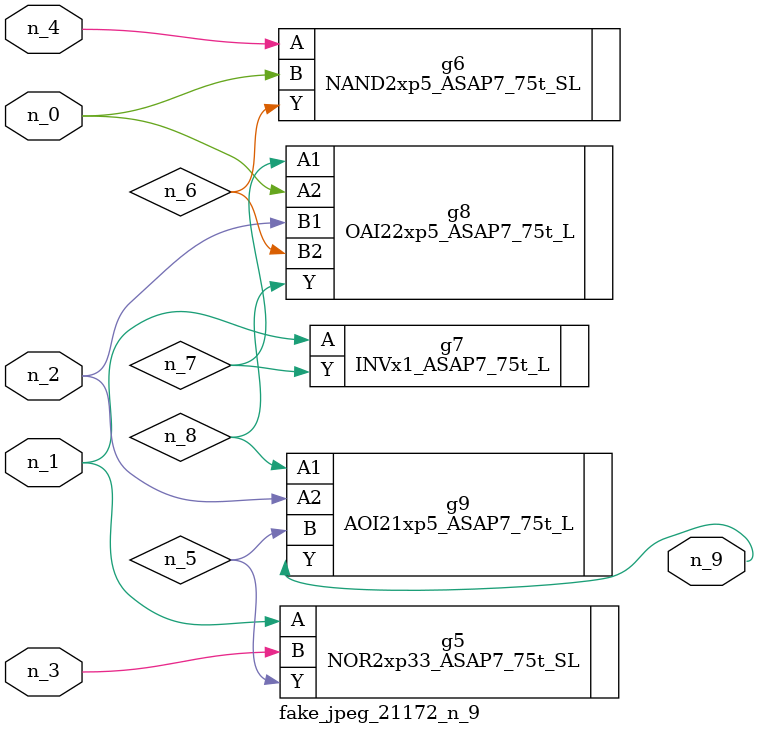
<source format=v>
module fake_jpeg_21172_n_9 (n_3, n_2, n_1, n_0, n_4, n_9);

input n_3;
input n_2;
input n_1;
input n_0;
input n_4;

output n_9;

wire n_8;
wire n_6;
wire n_5;
wire n_7;

NOR2xp33_ASAP7_75t_SL g5 ( 
.A(n_1),
.B(n_3),
.Y(n_5)
);

NAND2xp5_ASAP7_75t_SL g6 ( 
.A(n_4),
.B(n_0),
.Y(n_6)
);

INVx1_ASAP7_75t_L g7 ( 
.A(n_1),
.Y(n_7)
);

OAI22xp5_ASAP7_75t_L g8 ( 
.A1(n_7),
.A2(n_0),
.B1(n_2),
.B2(n_6),
.Y(n_8)
);

AOI21xp5_ASAP7_75t_L g9 ( 
.A1(n_8),
.A2(n_2),
.B(n_5),
.Y(n_9)
);


endmodule
</source>
